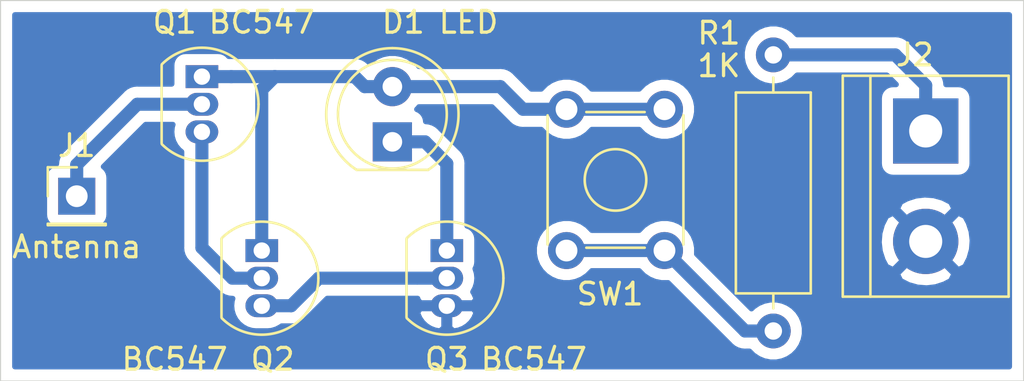
<source format=kicad_pcb>
(kicad_pcb (version 20171130) (host pcbnew "(5.1.5)-3")

  (general
    (thickness 1.6)
    (drawings 4)
    (tracks 30)
    (zones 0)
    (modules 8)
    (nets 9)
  )

  (page A4)
  (layers
    (0 F.Cu signal)
    (31 B.Cu signal)
    (32 B.Adhes user)
    (33 F.Adhes user)
    (34 B.Paste user)
    (35 F.Paste user)
    (36 B.SilkS user)
    (37 F.SilkS user)
    (38 B.Mask user)
    (39 F.Mask user)
    (40 Dwgs.User user)
    (41 Cmts.User user)
    (42 Eco1.User user)
    (43 Eco2.User user hide)
    (44 Edge.Cuts user)
    (45 Margin user)
    (46 B.CrtYd user)
    (47 F.CrtYd user)
    (48 B.Fab user)
    (49 F.Fab user)
  )

  (setup
    (last_trace_width 0.25)
    (user_trace_width 0.4)
    (user_trace_width 0.6)
    (trace_clearance 0.2)
    (zone_clearance 0.508)
    (zone_45_only no)
    (trace_min 0.2)
    (via_size 0.8)
    (via_drill 0.4)
    (via_min_size 0.4)
    (via_min_drill 0.3)
    (uvia_size 0.3)
    (uvia_drill 0.1)
    (uvias_allowed no)
    (uvia_min_size 0.2)
    (uvia_min_drill 0.1)
    (edge_width 0.05)
    (segment_width 0.2)
    (pcb_text_width 0.3)
    (pcb_text_size 1.5 1.5)
    (mod_edge_width 0.12)
    (mod_text_size 1 1)
    (mod_text_width 0.15)
    (pad_size 1.524 1.524)
    (pad_drill 0.762)
    (pad_to_mask_clearance 0.051)
    (solder_mask_min_width 0.25)
    (aux_axis_origin 0 0)
    (visible_elements 7FFFFFFF)
    (pcbplotparams
      (layerselection 0x010fc_ffffffff)
      (usegerberextensions false)
      (usegerberattributes false)
      (usegerberadvancedattributes false)
      (creategerberjobfile false)
      (excludeedgelayer true)
      (linewidth 0.100000)
      (plotframeref false)
      (viasonmask false)
      (mode 1)
      (useauxorigin false)
      (hpglpennumber 1)
      (hpglpenspeed 20)
      (hpglpendiameter 15.000000)
      (psnegative false)
      (psa4output false)
      (plotreference true)
      (plotvalue true)
      (plotinvisibletext false)
      (padsonsilk false)
      (subtractmaskfromsilk false)
      (outputformat 1)
      (mirror false)
      (drillshape 0)
      (scaleselection 1)
      (outputdirectory "Gerber/"))
  )

  (net 0 "")
  (net 1 "Net-(D1-Pad1)")
  (net 2 "Net-(D1-Pad2)")
  (net 3 "Net-(J1-Pad1)")
  (net 4 +9V)
  (net 5 GND)
  (net 6 "Net-(Q1-Pad3)")
  (net 7 "Net-(Q2-Pad3)")
  (net 8 "Net-(R1-Pad2)")

  (net_class Default "This is the default net class."
    (clearance 0.2)
    (trace_width 0.25)
    (via_dia 0.8)
    (via_drill 0.4)
    (uvia_dia 0.3)
    (uvia_drill 0.1)
    (add_net +9V)
    (add_net GND)
    (add_net "Net-(D1-Pad1)")
    (add_net "Net-(D1-Pad2)")
    (add_net "Net-(J1-Pad1)")
    (add_net "Net-(Q1-Pad3)")
    (add_net "Net-(Q2-Pad3)")
    (add_net "Net-(R1-Pad2)")
  )

  (module Button_Switch_THT:SW_TH_Tactile_Omron_B3F-10xx (layer F.Cu) (tedit 5D84F0EF) (tstamp 5FA1B549)
    (at 88.5 72.5 270)
    (descr SW_TH_Tactile_Omron_B3F-10xx_https://www.omron.com/ecb/products/pdf/en-b3f.pdf)
    (tags "Omron B3F-10xx")
    (path /5FA16A54)
    (fp_text reference SW1 (at 8.5 2.5 180) (layer F.SilkS)
      (effects (font (size 1 1) (thickness 0.15)))
    )
    (fp_text value SW_Push_Dual (at 3.2 6.5 90) (layer Eco2.User)
      (effects (font (size 1 1) (thickness 0.15)))
    )
    (fp_line (start 0.25 -0.75) (end 0.25 5.25) (layer F.Fab) (width 0.1))
    (fp_line (start 6.25 -0.75) (end 6.25 5.25) (layer F.Fab) (width 0.1))
    (fp_line (start 0.25 -0.75) (end 6.25 -0.75) (layer F.Fab) (width 0.1))
    (fp_text user %R (at 3.25 2.25 90) (layer Eco2.User)
      (effects (font (size 1 1) (thickness 0.15)))
    )
    (fp_line (start 7.6 5.6) (end 7.6 -1.1) (layer F.CrtYd) (width 0.05))
    (fp_line (start -1.1 5.6) (end 7.6 5.6) (layer F.CrtYd) (width 0.05))
    (fp_line (start -1.1 -1.1) (end -1.1 5.6) (layer F.CrtYd) (width 0.05))
    (fp_circle (center 3.25 2.25) (end 4.25 3.25) (layer F.SilkS) (width 0.12))
    (fp_line (start 0.28 5.37) (end 6.22 5.37) (layer F.SilkS) (width 0.12))
    (fp_line (start 0.28 -0.87) (end 6.22 -0.87) (layer F.SilkS) (width 0.12))
    (fp_line (start 0.13 3.59) (end 0.13 0.91) (layer F.SilkS) (width 0.12))
    (fp_line (start 6.37 0.91) (end 6.37 3.59) (layer F.SilkS) (width 0.12))
    (fp_line (start 0.25 5.25) (end 6.25 5.25) (layer F.Fab) (width 0.1))
    (fp_line (start -1.1 -1.1) (end 7.6 -1.1) (layer F.CrtYd) (width 0.05))
    (pad 4 thru_hole circle (at 6.5 4.5 270) (size 1.7 1.7) (drill 1) (layers *.Cu *.Mask)
      (net 8 "Net-(R1-Pad2)"))
    (pad 3 thru_hole circle (at 0 4.5 270) (size 1.7 1.7) (drill 1) (layers *.Cu *.Mask)
      (net 2 "Net-(D1-Pad2)"))
    (pad 2 thru_hole circle (at 6.5 0 270) (size 1.7 1.7) (drill 1) (layers *.Cu *.Mask)
      (net 8 "Net-(R1-Pad2)"))
    (pad 1 thru_hole circle (at 0 0 270) (size 1.7 1.7) (drill 1) (layers *.Cu *.Mask)
      (net 2 "Net-(D1-Pad2)"))
    (model ${KISYS3DMOD}/Button_Switch_THT.3dshapes/SW_TH_Tactile_Omron_B3F-10xx.wrl
      (at (xyz 0 0 0))
      (scale (xyz 1 1 1))
      (rotate (xyz 0 0 0))
    )
  )

  (module LED_THT:LED_D5.0mm_FlatTop (layer F.Cu) (tedit 5880A862) (tstamp 5FA1B4BC)
    (at 76 74 90)
    (descr "LED, Round, FlatTop, diameter 5.0mm, 2 pins, http://www.kingbright.com/attachments/file/psearch/000/00/00/L-483GDT(Ver.15B).pdf")
    (tags "LED Round FlatTop diameter 5.0mm 2 pins")
    (path /5FA158D8)
    (fp_text reference D1 (at 5.5 0.5 180) (layer F.SilkS)
      (effects (font (size 1 1) (thickness 0.15)))
    )
    (fp_text value LED (at 5.5 3.5 180) (layer F.SilkS)
      (effects (font (size 1 1) (thickness 0.15)))
    )
    (fp_arc (start 1.27 0) (end -1.23 -1.566046) (angle 295.9) (layer F.Fab) (width 0.1))
    (fp_arc (start 1.27 0) (end -1.29 -1.639512) (angle 147.4) (layer F.SilkS) (width 0.12))
    (fp_arc (start 1.27 0) (end -1.29 1.639512) (angle -147.4) (layer F.SilkS) (width 0.12))
    (fp_circle (center 1.27 0) (end 3.77 0) (layer F.Fab) (width 0.1))
    (fp_circle (center 1.27 0) (end 3.77 0) (layer F.SilkS) (width 0.12))
    (fp_line (start -1.23 -1.566046) (end -1.23 1.566046) (layer F.Fab) (width 0.1))
    (fp_line (start -1.29 -1.64) (end -1.29 1.64) (layer F.SilkS) (width 0.12))
    (fp_line (start -2 -3.3) (end -2 3.3) (layer F.CrtYd) (width 0.05))
    (fp_line (start -2 3.3) (end 4.55 3.3) (layer F.CrtYd) (width 0.05))
    (fp_line (start 4.55 3.3) (end 4.55 -3.3) (layer F.CrtYd) (width 0.05))
    (fp_line (start 4.55 -3.3) (end -2 -3.3) (layer F.CrtYd) (width 0.05))
    (pad 1 thru_hole rect (at 0 0 90) (size 1.8 1.8) (drill 0.9) (layers *.Cu *.Mask)
      (net 1 "Net-(D1-Pad1)"))
    (pad 2 thru_hole circle (at 2.54 0 90) (size 1.8 1.8) (drill 0.9) (layers *.Cu *.Mask)
      (net 2 "Net-(D1-Pad2)"))
    (model ${KISYS3DMOD}/LED_THT.3dshapes/LED_D5.0mm_FlatTop.wrl
      (at (xyz 0 0 0))
      (scale (xyz 1 1 1))
      (rotate (xyz 0 0 0))
    )
  )

  (module Connector_PinHeader_2.54mm:PinHeader_1x01_P2.54mm_Vertical (layer F.Cu) (tedit 59FED5CC) (tstamp 5FA1BA48)
    (at 61.5 76.5)
    (descr "Through hole straight pin header, 1x01, 2.54mm pitch, single row")
    (tags "Through hole pin header THT 1x01 2.54mm single row")
    (path /5FA192D0)
    (fp_text reference J1 (at 0 -2.33) (layer F.SilkS)
      (effects (font (size 1 1) (thickness 0.15)))
    )
    (fp_text value Antenna (at 0 2.33) (layer F.SilkS)
      (effects (font (size 1 1) (thickness 0.15)))
    )
    (fp_line (start -0.635 -1.27) (end 1.27 -1.27) (layer F.Fab) (width 0.1))
    (fp_line (start 1.27 -1.27) (end 1.27 1.27) (layer F.Fab) (width 0.1))
    (fp_line (start 1.27 1.27) (end -1.27 1.27) (layer F.Fab) (width 0.1))
    (fp_line (start -1.27 1.27) (end -1.27 -0.635) (layer F.Fab) (width 0.1))
    (fp_line (start -1.27 -0.635) (end -0.635 -1.27) (layer F.Fab) (width 0.1))
    (fp_line (start -1.33 1.33) (end 1.33 1.33) (layer F.SilkS) (width 0.12))
    (fp_line (start -1.33 1.27) (end -1.33 1.33) (layer F.SilkS) (width 0.12))
    (fp_line (start 1.33 1.27) (end 1.33 1.33) (layer F.SilkS) (width 0.12))
    (fp_line (start -1.33 1.27) (end 1.33 1.27) (layer F.SilkS) (width 0.12))
    (fp_line (start -1.33 0) (end -1.33 -1.33) (layer F.SilkS) (width 0.12))
    (fp_line (start -1.33 -1.33) (end 0 -1.33) (layer F.SilkS) (width 0.12))
    (fp_line (start -1.8 -1.8) (end -1.8 1.8) (layer F.CrtYd) (width 0.05))
    (fp_line (start -1.8 1.8) (end 1.8 1.8) (layer F.CrtYd) (width 0.05))
    (fp_line (start 1.8 1.8) (end 1.8 -1.8) (layer F.CrtYd) (width 0.05))
    (fp_line (start 1.8 -1.8) (end -1.8 -1.8) (layer F.CrtYd) (width 0.05))
    (fp_text user %R (at 0 0 90) (layer Eco2.User)
      (effects (font (size 1 1) (thickness 0.15)))
    )
    (pad 1 thru_hole rect (at 0 0) (size 1.7 1.7) (drill 1) (layers *.Cu *.Mask)
      (net 3 "Net-(J1-Pad1)"))
    (model ${KISYS3DMOD}/Connector_PinHeader_2.54mm.3dshapes/PinHeader_1x01_P2.54mm_Vertical.wrl
      (at (xyz 0 0 0))
      (scale (xyz 1 1 1))
      (rotate (xyz 0 0 0))
    )
  )

  (module TerminalBlock:TerminalBlock_bornier-2_P5.08mm (layer F.Cu) (tedit 59FF03AB) (tstamp 5FA1B4E6)
    (at 100.5 73.5 270)
    (descr "simple 2-pin terminal block, pitch 5.08mm, revamped version of bornier2")
    (tags "terminal block bornier2")
    (path /5FA1A8DE)
    (fp_text reference J2 (at -3.5 0.5 180) (layer F.SilkS)
      (effects (font (size 1 1) (thickness 0.15)))
    )
    (fp_text value Screw_Terminal_01x02 (at 3 -2 90) (layer Eco2.User)
      (effects (font (size 1 1) (thickness 0.15)))
    )
    (fp_text user %R (at 2.54 0 90) (layer Eco2.User)
      (effects (font (size 1 1) (thickness 0.15)))
    )
    (fp_line (start -2.41 2.55) (end 7.49 2.55) (layer F.Fab) (width 0.1))
    (fp_line (start -2.46 -3.75) (end -2.46 3.75) (layer F.Fab) (width 0.1))
    (fp_line (start -2.46 3.75) (end 7.54 3.75) (layer F.Fab) (width 0.1))
    (fp_line (start 7.54 3.75) (end 7.54 -3.75) (layer F.Fab) (width 0.1))
    (fp_line (start 7.54 -3.75) (end -2.46 -3.75) (layer F.Fab) (width 0.1))
    (fp_line (start 7.62 2.54) (end -2.54 2.54) (layer F.SilkS) (width 0.12))
    (fp_line (start 7.62 3.81) (end 7.62 -3.81) (layer F.SilkS) (width 0.12))
    (fp_line (start 7.62 -3.81) (end -2.54 -3.81) (layer F.SilkS) (width 0.12))
    (fp_line (start -2.54 -3.81) (end -2.54 3.81) (layer F.SilkS) (width 0.12))
    (fp_line (start -2.54 3.81) (end 7.62 3.81) (layer F.SilkS) (width 0.12))
    (fp_line (start -2.71 -4) (end 7.79 -4) (layer F.CrtYd) (width 0.05))
    (fp_line (start -2.71 -4) (end -2.71 4) (layer F.CrtYd) (width 0.05))
    (fp_line (start 7.79 4) (end 7.79 -4) (layer F.CrtYd) (width 0.05))
    (fp_line (start 7.79 4) (end -2.71 4) (layer F.CrtYd) (width 0.05))
    (pad 1 thru_hole rect (at 0 0 270) (size 3 3) (drill 1.52) (layers *.Cu *.Mask)
      (net 4 +9V))
    (pad 2 thru_hole circle (at 5.08 0 270) (size 3 3) (drill 1.52) (layers *.Cu *.Mask)
      (net 5 GND))
    (model ${KISYS3DMOD}/TerminalBlock.3dshapes/TerminalBlock_bornier-2_P5.08mm.wrl
      (offset (xyz 2.539999961853027 0 0))
      (scale (xyz 1 1 1))
      (rotate (xyz 0 0 0))
    )
  )

  (module Package_TO_SOT_THT:TO-92_Inline (layer F.Cu) (tedit 5A1DD157) (tstamp 5FA1B4F8)
    (at 67.25 71 270)
    (descr "TO-92 leads in-line, narrow, oval pads, drill 0.75mm (see NXP sot054_po.pdf)")
    (tags "to-92 sc-43 sc-43a sot54 PA33 transistor")
    (path /5FA1380A)
    (fp_text reference Q1 (at -2.5 1.25 180) (layer F.SilkS)
      (effects (font (size 1 1) (thickness 0.15)))
    )
    (fp_text value BC547 (at -2.5 -2.75 180) (layer F.SilkS)
      (effects (font (size 1 1) (thickness 0.15)))
    )
    (fp_text user %R (at 1.27 -3.56 90) (layer Eco2.User)
      (effects (font (size 1 1) (thickness 0.15)))
    )
    (fp_line (start -0.53 1.85) (end 3.07 1.85) (layer F.SilkS) (width 0.12))
    (fp_line (start -0.5 1.75) (end 3 1.75) (layer F.Fab) (width 0.1))
    (fp_line (start -1.46 -2.73) (end 4 -2.73) (layer F.CrtYd) (width 0.05))
    (fp_line (start -1.46 -2.73) (end -1.46 2.01) (layer F.CrtYd) (width 0.05))
    (fp_line (start 4 2.01) (end 4 -2.73) (layer F.CrtYd) (width 0.05))
    (fp_line (start 4 2.01) (end -1.46 2.01) (layer F.CrtYd) (width 0.05))
    (fp_arc (start 1.27 0) (end 1.27 -2.48) (angle 135) (layer F.Fab) (width 0.1))
    (fp_arc (start 1.27 0) (end 1.27 -2.6) (angle -135) (layer F.SilkS) (width 0.12))
    (fp_arc (start 1.27 0) (end 1.27 -2.48) (angle -135) (layer F.Fab) (width 0.1))
    (fp_arc (start 1.27 0) (end 1.27 -2.6) (angle 135) (layer F.SilkS) (width 0.12))
    (pad 2 thru_hole oval (at 1.27 0 270) (size 1.05 1.5) (drill 0.75) (layers *.Cu *.Mask)
      (net 3 "Net-(J1-Pad1)"))
    (pad 3 thru_hole oval (at 2.54 0 270) (size 1.05 1.5) (drill 0.75) (layers *.Cu *.Mask)
      (net 6 "Net-(Q1-Pad3)"))
    (pad 1 thru_hole rect (at 0 0 270) (size 1.05 1.5) (drill 0.75) (layers *.Cu *.Mask)
      (net 2 "Net-(D1-Pad2)"))
    (model ${KISYS3DMOD}/Package_TO_SOT_THT.3dshapes/TO-92_Inline.wrl
      (at (xyz 0 0 0))
      (scale (xyz 1 1 1))
      (rotate (xyz 0 0 0))
    )
  )

  (module Package_TO_SOT_THT:TO-92_Inline (layer F.Cu) (tedit 5A1DD157) (tstamp 5FA1B50A)
    (at 70 79 270)
    (descr "TO-92 leads in-line, narrow, oval pads, drill 0.75mm (see NXP sot054_po.pdf)")
    (tags "to-92 sc-43 sc-43a sot54 PA33 transistor")
    (path /5FA143BE)
    (fp_text reference Q2 (at 5 -0.5 180) (layer F.SilkS)
      (effects (font (size 1 1) (thickness 0.15)))
    )
    (fp_text value BC547 (at 5 4 180) (layer F.SilkS)
      (effects (font (size 1 1) (thickness 0.15)))
    )
    (fp_arc (start 1.27 0) (end 1.27 -2.6) (angle 135) (layer F.SilkS) (width 0.12))
    (fp_arc (start 1.27 0) (end 1.27 -2.48) (angle -135) (layer F.Fab) (width 0.1))
    (fp_arc (start 1.27 0) (end 1.27 -2.6) (angle -135) (layer F.SilkS) (width 0.12))
    (fp_arc (start 1.27 0) (end 1.27 -2.48) (angle 135) (layer F.Fab) (width 0.1))
    (fp_line (start 4 2.01) (end -1.46 2.01) (layer F.CrtYd) (width 0.05))
    (fp_line (start 4 2.01) (end 4 -2.73) (layer F.CrtYd) (width 0.05))
    (fp_line (start -1.46 -2.73) (end -1.46 2.01) (layer F.CrtYd) (width 0.05))
    (fp_line (start -1.46 -2.73) (end 4 -2.73) (layer F.CrtYd) (width 0.05))
    (fp_line (start -0.5 1.75) (end 3 1.75) (layer F.Fab) (width 0.1))
    (fp_line (start -0.53 1.85) (end 3.07 1.85) (layer F.SilkS) (width 0.12))
    (fp_text user %R (at 1.27 -3.56 90) (layer Eco2.User)
      (effects (font (size 1 1) (thickness 0.15)))
    )
    (pad 1 thru_hole rect (at 0 0 270) (size 1.05 1.5) (drill 0.75) (layers *.Cu *.Mask)
      (net 2 "Net-(D1-Pad2)"))
    (pad 3 thru_hole oval (at 2.54 0 270) (size 1.05 1.5) (drill 0.75) (layers *.Cu *.Mask)
      (net 7 "Net-(Q2-Pad3)"))
    (pad 2 thru_hole oval (at 1.27 0 270) (size 1.05 1.5) (drill 0.75) (layers *.Cu *.Mask)
      (net 6 "Net-(Q1-Pad3)"))
    (model ${KISYS3DMOD}/Package_TO_SOT_THT.3dshapes/TO-92_Inline.wrl
      (at (xyz 0 0 0))
      (scale (xyz 1 1 1))
      (rotate (xyz 0 0 0))
    )
  )

  (module Package_TO_SOT_THT:TO-92_Inline (layer F.Cu) (tedit 5A1DD157) (tstamp 5FA1B51C)
    (at 78.5 79 270)
    (descr "TO-92 leads in-line, narrow, oval pads, drill 0.75mm (see NXP sot054_po.pdf)")
    (tags "to-92 sc-43 sc-43a sot54 PA33 transistor")
    (path /5FA1528D)
    (fp_text reference Q3 (at 5 0 180) (layer F.SilkS)
      (effects (font (size 1 1) (thickness 0.15)))
    )
    (fp_text value BC547 (at 5 -4 180) (layer F.SilkS)
      (effects (font (size 1 1) (thickness 0.15)))
    )
    (fp_text user %R (at 1.27 -3.56 90) (layer Eco2.User)
      (effects (font (size 1 1) (thickness 0.15)))
    )
    (fp_line (start -0.53 1.85) (end 3.07 1.85) (layer F.SilkS) (width 0.12))
    (fp_line (start -0.5 1.75) (end 3 1.75) (layer F.Fab) (width 0.1))
    (fp_line (start -1.46 -2.73) (end 4 -2.73) (layer F.CrtYd) (width 0.05))
    (fp_line (start -1.46 -2.73) (end -1.46 2.01) (layer F.CrtYd) (width 0.05))
    (fp_line (start 4 2.01) (end 4 -2.73) (layer F.CrtYd) (width 0.05))
    (fp_line (start 4 2.01) (end -1.46 2.01) (layer F.CrtYd) (width 0.05))
    (fp_arc (start 1.27 0) (end 1.27 -2.48) (angle 135) (layer F.Fab) (width 0.1))
    (fp_arc (start 1.27 0) (end 1.27 -2.6) (angle -135) (layer F.SilkS) (width 0.12))
    (fp_arc (start 1.27 0) (end 1.27 -2.48) (angle -135) (layer F.Fab) (width 0.1))
    (fp_arc (start 1.27 0) (end 1.27 -2.6) (angle 135) (layer F.SilkS) (width 0.12))
    (pad 2 thru_hole oval (at 1.27 0 270) (size 1.05 1.5) (drill 0.75) (layers *.Cu *.Mask)
      (net 7 "Net-(Q2-Pad3)"))
    (pad 3 thru_hole oval (at 2.54 0 270) (size 1.05 1.5) (drill 0.75) (layers *.Cu *.Mask)
      (net 5 GND))
    (pad 1 thru_hole rect (at 0 0 270) (size 1.05 1.5) (drill 0.75) (layers *.Cu *.Mask)
      (net 1 "Net-(D1-Pad1)"))
    (model ${KISYS3DMOD}/Package_TO_SOT_THT.3dshapes/TO-92_Inline.wrl
      (at (xyz 0 0 0))
      (scale (xyz 1 1 1))
      (rotate (xyz 0 0 0))
    )
  )

  (module Resistor_THT:R_Axial_DIN0309_L9.0mm_D3.2mm_P12.70mm_Horizontal (layer F.Cu) (tedit 5AE5139B) (tstamp 5FA1B533)
    (at 93.5 70 270)
    (descr "Resistor, Axial_DIN0309 series, Axial, Horizontal, pin pitch=12.7mm, 0.5W = 1/2W, length*diameter=9*3.2mm^2, http://cdn-reichelt.de/documents/datenblatt/B400/1_4W%23YAG.pdf")
    (tags "Resistor Axial_DIN0309 series Axial Horizontal pin pitch 12.7mm 0.5W = 1/2W length 9mm diameter 3.2mm")
    (path /5FA1784F)
    (fp_text reference R1 (at -1 2.5 180) (layer F.SilkS)
      (effects (font (size 1 1) (thickness 0.15)))
    )
    (fp_text value 1K (at 0.5 2.5 180) (layer F.SilkS)
      (effects (font (size 1 1) (thickness 0.15)))
    )
    (fp_line (start 1.85 -1.6) (end 1.85 1.6) (layer F.Fab) (width 0.1))
    (fp_line (start 1.85 1.6) (end 10.85 1.6) (layer F.Fab) (width 0.1))
    (fp_line (start 10.85 1.6) (end 10.85 -1.6) (layer F.Fab) (width 0.1))
    (fp_line (start 10.85 -1.6) (end 1.85 -1.6) (layer F.Fab) (width 0.1))
    (fp_line (start 0 0) (end 1.85 0) (layer F.Fab) (width 0.1))
    (fp_line (start 12.7 0) (end 10.85 0) (layer F.Fab) (width 0.1))
    (fp_line (start 1.73 -1.72) (end 1.73 1.72) (layer F.SilkS) (width 0.12))
    (fp_line (start 1.73 1.72) (end 10.97 1.72) (layer F.SilkS) (width 0.12))
    (fp_line (start 10.97 1.72) (end 10.97 -1.72) (layer F.SilkS) (width 0.12))
    (fp_line (start 10.97 -1.72) (end 1.73 -1.72) (layer F.SilkS) (width 0.12))
    (fp_line (start 1.04 0) (end 1.73 0) (layer F.SilkS) (width 0.12))
    (fp_line (start 11.66 0) (end 10.97 0) (layer F.SilkS) (width 0.12))
    (fp_line (start -1.05 -1.85) (end -1.05 1.85) (layer F.CrtYd) (width 0.05))
    (fp_line (start -1.05 1.85) (end 13.75 1.85) (layer F.CrtYd) (width 0.05))
    (fp_line (start 13.75 1.85) (end 13.75 -1.85) (layer F.CrtYd) (width 0.05))
    (fp_line (start 13.75 -1.85) (end -1.05 -1.85) (layer F.CrtYd) (width 0.05))
    (fp_text user %R (at 6.35 0 90) (layer Eco2.User)
      (effects (font (size 1 1) (thickness 0.15)))
    )
    (pad 1 thru_hole circle (at 0 0 270) (size 1.6 1.6) (drill 0.8) (layers *.Cu *.Mask)
      (net 4 +9V))
    (pad 2 thru_hole oval (at 12.7 0 270) (size 1.6 1.6) (drill 0.8) (layers *.Cu *.Mask)
      (net 8 "Net-(R1-Pad2)"))
    (model ${KISYS3DMOD}/Resistor_THT.3dshapes/R_Axial_DIN0309_L9.0mm_D3.2mm_P12.70mm_Horizontal.wrl
      (at (xyz 0 0 0))
      (scale (xyz 1 1 1))
      (rotate (xyz 0 0 0))
    )
  )

  (gr_line (start 58 67.5) (end 105 67.5) (layer Edge.Cuts) (width 0.05) (tstamp 5FA1BAC1))
  (gr_line (start 58 85) (end 58 67.5) (layer Edge.Cuts) (width 0.05))
  (gr_line (start 105 85) (end 105 67.5) (layer Edge.Cuts) (width 0.05))
  (gr_line (start 58 85) (end 105 85) (layer Edge.Cuts) (width 0.05) (tstamp 5FA1BAC0))

  (segment (start 77.5 74) (end 76 74) (width 0.6) (layer B.Cu) (net 1))
  (segment (start 78.5 75) (end 77.5 74) (width 0.6) (layer B.Cu) (net 1))
  (segment (start 78.5 79) (end 78.5 75) (width 0.6) (layer B.Cu) (net 1))
  (segment (start 80.96 71.46) (end 76 71.46) (width 0.6) (layer B.Cu) (net 2))
  (segment (start 68.6 71) (end 67.25 71) (width 0.6) (layer B.Cu) (net 2))
  (segment (start 74.727208 71.46) (end 74.267208 71) (width 0.6) (layer B.Cu) (net 2))
  (segment (start 76 71.46) (end 74.727208 71.46) (width 0.6) (layer B.Cu) (net 2))
  (segment (start 70 71.6) (end 70 79) (width 0.6) (layer B.Cu) (net 2))
  (segment (start 70.6 71) (end 70 71.6) (width 0.6) (layer B.Cu) (net 2))
  (segment (start 70.6 71) (end 68.6 71) (width 0.6) (layer B.Cu) (net 2))
  (segment (start 74.267208 71) (end 70.6 71) (width 0.6) (layer B.Cu) (net 2))
  (segment (start 82 72.5) (end 84 72.5) (width 0.6) (layer B.Cu) (net 2))
  (segment (start 80.96 71.46) (end 82 72.5) (width 0.6) (layer B.Cu) (net 2))
  (segment (start 84 72.5) (end 88.5 72.5) (width 0.6) (layer B.Cu) (net 2))
  (segment (start 61.5 75.05) (end 61.5 76.5) (width 0.6) (layer B.Cu) (net 3))
  (segment (start 64.28 72.27) (end 61.5 75.05) (width 0.6) (layer B.Cu) (net 3))
  (segment (start 67.25 72.27) (end 64.28 72.27) (width 0.6) (layer B.Cu) (net 3))
  (segment (start 100.5 71.4) (end 100.5 73.5) (width 0.6) (layer B.Cu) (net 4))
  (segment (start 99.1 70) (end 100.5 71.4) (width 0.6) (layer B.Cu) (net 4))
  (segment (start 93.5 70) (end 99.1 70) (width 0.6) (layer B.Cu) (net 4))
  (segment (start 67.25 78.87) (end 68.65 80.27) (width 0.6) (layer B.Cu) (net 6))
  (segment (start 68.65 80.27) (end 70 80.27) (width 0.6) (layer B.Cu) (net 6))
  (segment (start 67.25 73.54) (end 67.25 78.87) (width 0.6) (layer B.Cu) (net 6))
  (segment (start 77.15 80.27) (end 78.5 80.27) (width 0.6) (layer B.Cu) (net 7))
  (segment (start 72.62 80.27) (end 77.15 80.27) (width 0.6) (layer B.Cu) (net 7))
  (segment (start 71.35 81.54) (end 72.62 80.27) (width 0.6) (layer B.Cu) (net 7))
  (segment (start 70 81.54) (end 71.35 81.54) (width 0.6) (layer B.Cu) (net 7))
  (segment (start 88.5 79) (end 84 79) (width 0.6) (layer B.Cu) (net 8))
  (segment (start 92.2 82.7) (end 93.5 82.7) (width 0.6) (layer B.Cu) (net 8))
  (segment (start 88.5 79) (end 92.2 82.7) (width 0.6) (layer B.Cu) (net 8))

  (zone (net 5) (net_name GND) (layer B.Cu) (tstamp 5FA30EE6) (hatch edge 0.508)
    (connect_pads (clearance 0.508))
    (min_thickness 0.254)
    (fill yes (arc_segments 32) (thermal_gap 0.508) (thermal_bridge_width 0.508))
    (polygon
      (pts
        (xy 105 85) (xy 58 85) (xy 58 67.5) (xy 105 67.5)
      )
    )
    (filled_polygon
      (pts
        (xy 104.34 84.34) (xy 58.66 84.34) (xy 58.66 75.65) (xy 60.011928 75.65) (xy 60.011928 77.35)
        (xy 60.024188 77.474482) (xy 60.060498 77.59418) (xy 60.119463 77.704494) (xy 60.198815 77.801185) (xy 60.295506 77.880537)
        (xy 60.40582 77.939502) (xy 60.525518 77.975812) (xy 60.65 77.988072) (xy 62.35 77.988072) (xy 62.474482 77.975812)
        (xy 62.59418 77.939502) (xy 62.704494 77.880537) (xy 62.801185 77.801185) (xy 62.880537 77.704494) (xy 62.939502 77.59418)
        (xy 62.975812 77.474482) (xy 62.988072 77.35) (xy 62.988072 75.65) (xy 62.975812 75.525518) (xy 62.939502 75.40582)
        (xy 62.880537 75.295506) (xy 62.801185 75.198815) (xy 62.73104 75.141249) (xy 64.667289 73.205) (xy 65.914425 73.205)
        (xy 65.881785 73.3126) (xy 65.859388 73.54) (xy 65.881785 73.7674) (xy 65.948115 73.98606) (xy 66.055829 74.187579)
        (xy 66.200788 74.364212) (xy 66.315 74.457944) (xy 66.315001 78.824058) (xy 66.310476 78.87) (xy 66.328529 79.053291)
        (xy 66.367965 79.183292) (xy 66.381994 79.22954) (xy 66.468815 79.391972) (xy 66.585657 79.534344) (xy 66.621336 79.563625)
        (xy 67.956374 80.898664) (xy 67.985656 80.934344) (xy 68.128028 81.051186) (xy 68.29046 81.138007) (xy 68.466708 81.191471)
        (xy 68.65 81.209524) (xy 68.663455 81.208199) (xy 68.631785 81.3126) (xy 68.609388 81.54) (xy 68.631785 81.7674)
        (xy 68.698115 81.98606) (xy 68.805829 82.187579) (xy 68.950788 82.364212) (xy 69.127421 82.509171) (xy 69.32894 82.616885)
        (xy 69.5476 82.683215) (xy 69.718021 82.7) (xy 70.281979 82.7) (xy 70.4524 82.683215) (xy 70.67106 82.616885)
        (xy 70.872579 82.509171) (xy 70.914216 82.475) (xy 71.304068 82.475) (xy 71.35 82.479524) (xy 71.395932 82.475)
        (xy 71.533292 82.461471) (xy 71.70954 82.408007) (xy 71.871972 82.321186) (xy 72.014344 82.204344) (xy 72.04363 82.168659)
        (xy 72.366479 81.84581) (xy 77.156036 81.84581) (xy 77.164728 81.907337) (xy 77.257725 82.116882) (xy 77.389816 82.304258)
        (xy 77.555924 82.462264) (xy 77.749666 82.584828) (xy 77.963596 82.667239) (xy 78.189493 82.706331) (xy 78.373 82.546598)
        (xy 78.373 81.667) (xy 78.627 81.667) (xy 78.627 82.546598) (xy 78.810507 82.706331) (xy 79.036404 82.667239)
        (xy 79.250334 82.584828) (xy 79.444076 82.462264) (xy 79.610184 82.304258) (xy 79.742275 82.116882) (xy 79.835272 81.907337)
        (xy 79.843964 81.84581) (xy 79.718163 81.667) (xy 78.627 81.667) (xy 78.373 81.667) (xy 77.281837 81.667)
        (xy 77.156036 81.84581) (xy 72.366479 81.84581) (xy 73.00729 81.205) (xy 77.16016 81.205) (xy 77.156036 81.23419)
        (xy 77.281837 81.413) (xy 78.046891 81.413) (xy 78.0476 81.413215) (xy 78.218021 81.43) (xy 78.781979 81.43)
        (xy 78.9524 81.413215) (xy 78.953109 81.413) (xy 79.718163 81.413) (xy 79.843964 81.23419) (xy 79.835272 81.172663)
        (xy 79.742275 80.963118) (xy 79.701071 80.904669) (xy 79.801885 80.71606) (xy 79.868215 80.4974) (xy 79.890612 80.27)
        (xy 79.868215 80.0426) (xy 79.804907 79.833902) (xy 79.839502 79.76918) (xy 79.875812 79.649482) (xy 79.888072 79.525)
        (xy 79.888072 78.85374) (xy 82.515 78.85374) (xy 82.515 79.14626) (xy 82.572068 79.433158) (xy 82.68401 79.703411)
        (xy 82.846525 79.946632) (xy 83.053368 80.153475) (xy 83.296589 80.31599) (xy 83.566842 80.427932) (xy 83.85374 80.485)
        (xy 84.14626 80.485) (xy 84.433158 80.427932) (xy 84.703411 80.31599) (xy 84.946632 80.153475) (xy 85.153475 79.946632)
        (xy 85.161247 79.935) (xy 87.338753 79.935) (xy 87.346525 79.946632) (xy 87.553368 80.153475) (xy 87.796589 80.31599)
        (xy 88.066842 80.427932) (xy 88.35374 80.485) (xy 88.64626 80.485) (xy 88.659981 80.482271) (xy 91.506374 83.328664)
        (xy 91.535656 83.364344) (xy 91.678028 83.481186) (xy 91.84046 83.568007) (xy 91.963243 83.605253) (xy 92.016707 83.621471)
        (xy 92.199999 83.639524) (xy 92.245931 83.635) (xy 92.405604 83.635) (xy 92.585241 83.814637) (xy 92.820273 83.97168)
        (xy 93.081426 84.079853) (xy 93.358665 84.135) (xy 93.641335 84.135) (xy 93.918574 84.079853) (xy 94.179727 83.97168)
        (xy 94.414759 83.814637) (xy 94.614637 83.614759) (xy 94.77168 83.379727) (xy 94.879853 83.118574) (xy 94.935 82.841335)
        (xy 94.935 82.558665) (xy 94.879853 82.281426) (xy 94.77168 82.020273) (xy 94.614637 81.785241) (xy 94.414759 81.585363)
        (xy 94.179727 81.42832) (xy 93.918574 81.320147) (xy 93.641335 81.265) (xy 93.358665 81.265) (xy 93.081426 81.320147)
        (xy 92.820273 81.42832) (xy 92.585241 81.585363) (xy 92.496447 81.674157) (xy 90.893943 80.071653) (xy 99.187952 80.071653)
        (xy 99.343962 80.387214) (xy 99.718745 80.57802) (xy 100.123551 80.692044) (xy 100.542824 80.724902) (xy 100.960451 80.675334)
        (xy 101.360383 80.545243) (xy 101.656038 80.387214) (xy 101.812048 80.071653) (xy 100.5 78.759605) (xy 99.187952 80.071653)
        (xy 90.893943 80.071653) (xy 89.982271 79.159981) (xy 89.985 79.14626) (xy 89.985 78.85374) (xy 89.939068 78.622824)
        (xy 98.355098 78.622824) (xy 98.404666 79.040451) (xy 98.534757 79.440383) (xy 98.692786 79.736038) (xy 99.008347 79.892048)
        (xy 100.320395 78.58) (xy 100.679605 78.58) (xy 101.991653 79.892048) (xy 102.307214 79.736038) (xy 102.49802 79.361255)
        (xy 102.612044 78.956449) (xy 102.644902 78.537176) (xy 102.595334 78.119549) (xy 102.465243 77.719617) (xy 102.307214 77.423962)
        (xy 101.991653 77.267952) (xy 100.679605 78.58) (xy 100.320395 78.58) (xy 99.008347 77.267952) (xy 98.692786 77.423962)
        (xy 98.50198 77.798745) (xy 98.387956 78.203551) (xy 98.355098 78.622824) (xy 89.939068 78.622824) (xy 89.927932 78.566842)
        (xy 89.81599 78.296589) (xy 89.653475 78.053368) (xy 89.446632 77.846525) (xy 89.203411 77.68401) (xy 88.933158 77.572068)
        (xy 88.64626 77.515) (xy 88.35374 77.515) (xy 88.066842 77.572068) (xy 87.796589 77.68401) (xy 87.553368 77.846525)
        (xy 87.346525 78.053368) (xy 87.338753 78.065) (xy 85.161247 78.065) (xy 85.153475 78.053368) (xy 84.946632 77.846525)
        (xy 84.703411 77.68401) (xy 84.433158 77.572068) (xy 84.14626 77.515) (xy 83.85374 77.515) (xy 83.566842 77.572068)
        (xy 83.296589 77.68401) (xy 83.053368 77.846525) (xy 82.846525 78.053368) (xy 82.68401 78.296589) (xy 82.572068 78.566842)
        (xy 82.515 78.85374) (xy 79.888072 78.85374) (xy 79.888072 78.475) (xy 79.875812 78.350518) (xy 79.839502 78.23082)
        (xy 79.780537 78.120506) (xy 79.701185 78.023815) (xy 79.604494 77.944463) (xy 79.49418 77.885498) (xy 79.435 77.867546)
        (xy 79.435 77.088347) (xy 99.187952 77.088347) (xy 100.5 78.400395) (xy 101.812048 77.088347) (xy 101.656038 76.772786)
        (xy 101.281255 76.58198) (xy 100.876449 76.467956) (xy 100.457176 76.435098) (xy 100.039549 76.484666) (xy 99.639617 76.614757)
        (xy 99.343962 76.772786) (xy 99.187952 77.088347) (xy 79.435 77.088347) (xy 79.435 75.045935) (xy 79.439524 75)
        (xy 79.421472 74.816708) (xy 79.368007 74.640459) (xy 79.337765 74.58388) (xy 79.281186 74.478028) (xy 79.164344 74.335656)
        (xy 79.128659 74.30637) (xy 78.19363 73.371341) (xy 78.164344 73.335656) (xy 78.021972 73.218814) (xy 77.85954 73.131993)
        (xy 77.683292 73.078529) (xy 77.545932 73.065) (xy 77.534514 73.063875) (xy 77.525812 72.975518) (xy 77.489502 72.85582)
        (xy 77.430537 72.745506) (xy 77.351185 72.648815) (xy 77.254494 72.569463) (xy 77.14418 72.510498) (xy 77.125873 72.504944)
        (xy 77.192312 72.438505) (xy 77.221381 72.395) (xy 80.572711 72.395) (xy 81.306374 73.128664) (xy 81.335656 73.164344)
        (xy 81.478028 73.281186) (xy 81.64046 73.368007) (xy 81.763243 73.405253) (xy 81.816707 73.421471) (xy 81.999999 73.439524)
        (xy 82.045931 73.435) (xy 82.838753 73.435) (xy 82.846525 73.446632) (xy 83.053368 73.653475) (xy 83.296589 73.81599)
        (xy 83.566842 73.927932) (xy 83.85374 73.985) (xy 84.14626 73.985) (xy 84.433158 73.927932) (xy 84.703411 73.81599)
        (xy 84.946632 73.653475) (xy 85.153475 73.446632) (xy 85.161247 73.435) (xy 87.338753 73.435) (xy 87.346525 73.446632)
        (xy 87.553368 73.653475) (xy 87.796589 73.81599) (xy 88.066842 73.927932) (xy 88.35374 73.985) (xy 88.64626 73.985)
        (xy 88.933158 73.927932) (xy 89.203411 73.81599) (xy 89.446632 73.653475) (xy 89.653475 73.446632) (xy 89.81599 73.203411)
        (xy 89.927932 72.933158) (xy 89.985 72.64626) (xy 89.985 72.35374) (xy 89.927932 72.066842) (xy 89.81599 71.796589)
        (xy 89.653475 71.553368) (xy 89.446632 71.346525) (xy 89.203411 71.18401) (xy 88.933158 71.072068) (xy 88.64626 71.015)
        (xy 88.35374 71.015) (xy 88.066842 71.072068) (xy 87.796589 71.18401) (xy 87.553368 71.346525) (xy 87.346525 71.553368)
        (xy 87.338753 71.565) (xy 85.161247 71.565) (xy 85.153475 71.553368) (xy 84.946632 71.346525) (xy 84.703411 71.18401)
        (xy 84.433158 71.072068) (xy 84.14626 71.015) (xy 83.85374 71.015) (xy 83.566842 71.072068) (xy 83.296589 71.18401)
        (xy 83.053368 71.346525) (xy 82.846525 71.553368) (xy 82.838753 71.565) (xy 82.38729 71.565) (xy 81.65363 70.831341)
        (xy 81.624344 70.795656) (xy 81.481972 70.678814) (xy 81.31954 70.591993) (xy 81.143292 70.538529) (xy 81.005932 70.525)
        (xy 80.96 70.520476) (xy 80.914068 70.525) (xy 77.221381 70.525) (xy 77.192312 70.481495) (xy 76.978505 70.267688)
        (xy 76.727095 70.099701) (xy 76.447743 69.983989) (xy 76.151184 69.925) (xy 75.848816 69.925) (xy 75.552257 69.983989)
        (xy 75.272905 70.099701) (xy 75.021495 70.267688) (xy 74.941457 70.347726) (xy 74.931552 70.335656) (xy 74.78918 70.218814)
        (xy 74.626748 70.131993) (xy 74.4505 70.078529) (xy 74.31314 70.065) (xy 74.267208 70.060476) (xy 74.221276 70.065)
        (xy 70.645931 70.065) (xy 70.599999 70.060476) (xy 70.554067 70.065) (xy 68.484985 70.065) (xy 68.451185 70.023815)
        (xy 68.354494 69.944463) (xy 68.24418 69.885498) (xy 68.155724 69.858665) (xy 92.065 69.858665) (xy 92.065 70.141335)
        (xy 92.120147 70.418574) (xy 92.22832 70.679727) (xy 92.385363 70.914759) (xy 92.585241 71.114637) (xy 92.820273 71.27168)
        (xy 93.081426 71.379853) (xy 93.358665 71.435) (xy 93.641335 71.435) (xy 93.918574 71.379853) (xy 94.179727 71.27168)
        (xy 94.414759 71.114637) (xy 94.594396 70.935) (xy 98.712711 70.935) (xy 99.139638 71.361928) (xy 99 71.361928)
        (xy 98.875518 71.374188) (xy 98.75582 71.410498) (xy 98.645506 71.469463) (xy 98.548815 71.548815) (xy 98.469463 71.645506)
        (xy 98.410498 71.75582) (xy 98.374188 71.875518) (xy 98.361928 72) (xy 98.361928 75) (xy 98.374188 75.124482)
        (xy 98.410498 75.24418) (xy 98.469463 75.354494) (xy 98.548815 75.451185) (xy 98.645506 75.530537) (xy 98.75582 75.589502)
        (xy 98.875518 75.625812) (xy 99 75.638072) (xy 102 75.638072) (xy 102.124482 75.625812) (xy 102.24418 75.589502)
        (xy 102.354494 75.530537) (xy 102.451185 75.451185) (xy 102.530537 75.354494) (xy 102.589502 75.24418) (xy 102.625812 75.124482)
        (xy 102.638072 75) (xy 102.638072 72) (xy 102.625812 71.875518) (xy 102.589502 71.75582) (xy 102.530537 71.645506)
        (xy 102.451185 71.548815) (xy 102.354494 71.469463) (xy 102.24418 71.410498) (xy 102.124482 71.374188) (xy 102 71.361928)
        (xy 101.435774 71.361928) (xy 101.421471 71.216708) (xy 101.390508 71.114637) (xy 101.368007 71.04046) (xy 101.281186 70.878028)
        (xy 101.164344 70.735656) (xy 101.128665 70.706376) (xy 99.79363 69.371341) (xy 99.764344 69.335656) (xy 99.621972 69.218814)
        (xy 99.45954 69.131993) (xy 99.283292 69.078529) (xy 99.145932 69.065) (xy 99.1 69.060476) (xy 99.054068 69.065)
        (xy 94.594396 69.065) (xy 94.414759 68.885363) (xy 94.179727 68.72832) (xy 93.918574 68.620147) (xy 93.641335 68.565)
        (xy 93.358665 68.565) (xy 93.081426 68.620147) (xy 92.820273 68.72832) (xy 92.585241 68.885363) (xy 92.385363 69.085241)
        (xy 92.22832 69.320273) (xy 92.120147 69.581426) (xy 92.065 69.858665) (xy 68.155724 69.858665) (xy 68.124482 69.849188)
        (xy 68 69.836928) (xy 66.5 69.836928) (xy 66.375518 69.849188) (xy 66.25582 69.885498) (xy 66.145506 69.944463)
        (xy 66.048815 70.023815) (xy 65.969463 70.120506) (xy 65.910498 70.23082) (xy 65.874188 70.350518) (xy 65.861928 70.475)
        (xy 65.861928 71.335) (xy 64.325935 71.335) (xy 64.28 71.330476) (xy 64.096708 71.348528) (xy 63.920459 71.401993)
        (xy 63.892928 71.416709) (xy 63.758028 71.488814) (xy 63.615656 71.605656) (xy 63.58637 71.641341) (xy 60.871341 74.35637)
        (xy 60.835656 74.385656) (xy 60.718814 74.528029) (xy 60.631993 74.690461) (xy 60.604472 74.781186) (xy 60.578529 74.866709)
        (xy 60.563386 75.020458) (xy 60.525518 75.024188) (xy 60.40582 75.060498) (xy 60.295506 75.119463) (xy 60.198815 75.198815)
        (xy 60.119463 75.295506) (xy 60.060498 75.40582) (xy 60.024188 75.525518) (xy 60.011928 75.65) (xy 58.66 75.65)
        (xy 58.66 68.16) (xy 104.340001 68.16)
      )
    )
  )
)

</source>
